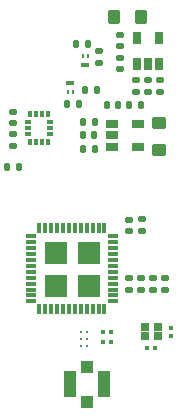
<source format=gbr>
%TF.GenerationSoftware,KiCad,Pcbnew,(6.0.11-0)*%
%TF.CreationDate,2023-03-16T18:41:31-05:00*%
%TF.ProjectId,STEP,53544550-2e6b-4696-9361-645f70636258,rev?*%
%TF.SameCoordinates,Original*%
%TF.FileFunction,Paste,Top*%
%TF.FilePolarity,Positive*%
%FSLAX46Y46*%
G04 Gerber Fmt 4.6, Leading zero omitted, Abs format (unit mm)*
G04 Created by KiCad (PCBNEW (6.0.11-0)) date 2023-03-16 18:41:31*
%MOMM*%
%LPD*%
G01*
G04 APERTURE LIST*
G04 Aperture macros list*
%AMRoundRect*
0 Rectangle with rounded corners*
0 $1 Rounding radius*
0 $2 $3 $4 $5 $6 $7 $8 $9 X,Y pos of 4 corners*
0 Add a 4 corners polygon primitive as box body*
4,1,4,$2,$3,$4,$5,$6,$7,$8,$9,$2,$3,0*
0 Add four circle primitives for the rounded corners*
1,1,$1+$1,$2,$3*
1,1,$1+$1,$4,$5*
1,1,$1+$1,$6,$7*
1,1,$1+$1,$8,$9*
0 Add four rect primitives between the rounded corners*
20,1,$1+$1,$2,$3,$4,$5,0*
20,1,$1+$1,$4,$5,$6,$7,0*
20,1,$1+$1,$6,$7,$8,$9,0*
20,1,$1+$1,$8,$9,$2,$3,0*%
G04 Aperture macros list end*
%ADD10C,0.010000*%
%ADD11RoundRect,0.135000X0.185000X-0.135000X0.185000X0.135000X-0.185000X0.135000X-0.185000X-0.135000X0*%
%ADD12R,1.050000X2.200000*%
%ADD13R,1.000000X1.000000*%
%ADD14R,0.576580X0.351536*%
%ADD15R,0.351536X0.576580*%
%ADD16R,0.203200X0.203200*%
%ADD17R,0.750000X0.650000*%
%ADD18R,0.650000X1.060000*%
%ADD19RoundRect,0.008100X-0.421900X-0.126900X0.421900X-0.126900X0.421900X0.126900X-0.421900X0.126900X0*%
%ADD20RoundRect,0.008100X0.126900X-0.421900X0.126900X0.421900X-0.126900X0.421900X-0.126900X-0.421900X0*%
%ADD21R,1.060000X0.650000*%
%ADD22RoundRect,0.135000X0.135000X0.185000X-0.135000X0.185000X-0.135000X-0.185000X0.135000X-0.185000X0*%
%ADD23RoundRect,0.135000X-0.135000X-0.185000X0.135000X-0.185000X0.135000X0.185000X-0.135000X0.185000X0*%
%ADD24RoundRect,0.135000X-0.185000X0.135000X-0.185000X-0.135000X0.185000X-0.135000X0.185000X0.135000X0*%
%ADD25RoundRect,0.050000X0.075000X-0.150000X0.075000X0.150000X-0.075000X0.150000X-0.075000X-0.150000X0*%
%ADD26RoundRect,0.050000X0.300000X-0.150000X0.300000X0.150000X-0.300000X0.150000X-0.300000X-0.150000X0*%
%ADD27RoundRect,0.050000X-0.075000X0.150000X-0.075000X-0.150000X0.075000X-0.150000X0.075000X0.150000X0*%
%ADD28RoundRect,0.050000X-0.300000X0.150000X-0.300000X-0.150000X0.300000X-0.150000X0.300000X0.150000X0*%
%ADD29RoundRect,0.250000X0.275000X0.350000X-0.275000X0.350000X-0.275000X-0.350000X0.275000X-0.350000X0*%
%ADD30RoundRect,0.250000X-0.350000X0.275000X-0.350000X-0.275000X0.350000X-0.275000X0.350000X0.275000X0*%
%ADD31RoundRect,0.147500X0.172500X-0.147500X0.172500X0.147500X-0.172500X0.147500X-0.172500X-0.147500X0*%
%ADD32RoundRect,0.140000X-0.140000X-0.170000X0.140000X-0.170000X0.140000X0.170000X-0.140000X0.170000X0*%
%ADD33RoundRect,0.140000X0.170000X-0.140000X0.170000X0.140000X-0.170000X0.140000X-0.170000X-0.140000X0*%
%ADD34RoundRect,0.140000X-0.170000X0.140000X-0.170000X-0.140000X0.170000X-0.140000X0.170000X0.140000X0*%
%ADD35RoundRect,0.079500X0.079500X0.100500X-0.079500X0.100500X-0.079500X-0.100500X0.079500X-0.100500X0*%
%ADD36RoundRect,0.079500X-0.079500X-0.100500X0.079500X-0.100500X0.079500X0.100500X-0.079500X0.100500X0*%
%ADD37RoundRect,0.079500X-0.100500X0.079500X-0.100500X-0.079500X0.100500X-0.079500X0.100500X0.079500X0*%
%ADD38RoundRect,0.140000X0.140000X0.170000X-0.140000X0.170000X-0.140000X-0.170000X0.140000X-0.170000X0*%
G04 APERTURE END LIST*
%TO.C,U4*%
G36*
X96391000Y-116965000D02*
G01*
X94611000Y-116965000D01*
X94611000Y-115185000D01*
X96391000Y-115185000D01*
X96391000Y-116965000D01*
G37*
D10*
X96391000Y-116965000D02*
X94611000Y-116965000D01*
X94611000Y-115185000D01*
X96391000Y-115185000D01*
X96391000Y-116965000D01*
G36*
X99191000Y-116965000D02*
G01*
X97411000Y-116965000D01*
X97411000Y-115185000D01*
X99191000Y-115185000D01*
X99191000Y-116965000D01*
G37*
X99191000Y-116965000D02*
X97411000Y-116965000D01*
X97411000Y-115185000D01*
X99191000Y-115185000D01*
X99191000Y-116965000D01*
G36*
X96391000Y-119765000D02*
G01*
X94611000Y-119765000D01*
X94611000Y-117985000D01*
X96391000Y-117985000D01*
X96391000Y-119765000D01*
G37*
X96391000Y-119765000D02*
X94611000Y-119765000D01*
X94611000Y-117985000D01*
X96391000Y-117985000D01*
X96391000Y-119765000D01*
G36*
X99191000Y-119765000D02*
G01*
X97411000Y-119765000D01*
X97411000Y-117985000D01*
X99191000Y-117985000D01*
X99191000Y-119765000D01*
G37*
X99191000Y-119765000D02*
X97411000Y-119765000D01*
X97411000Y-117985000D01*
X99191000Y-117985000D01*
X99191000Y-119765000D01*
%TD*%
D11*
%TO.C,R5*%
X102870000Y-114302000D03*
X102870000Y-113282000D03*
%TD*%
D12*
%TO.C,U5*%
X99646000Y-127254000D03*
D13*
X98171000Y-128754000D03*
D12*
X96696000Y-127254000D03*
D13*
X98171000Y-125754000D03*
%TD*%
D14*
%TO.C,U1*%
X95063300Y-105037001D03*
X95063300Y-105537000D03*
X95063300Y-106036999D03*
D15*
X94857001Y-106747300D03*
X94357000Y-106747300D03*
X93857000Y-106747300D03*
X93356999Y-106747300D03*
D14*
X93150700Y-106036999D03*
X93150700Y-105537000D03*
X93150700Y-105037001D03*
D15*
X93356999Y-104326700D03*
X93857000Y-104326700D03*
X94357000Y-104326700D03*
X94857001Y-104326700D03*
%TD*%
D16*
%TO.C,AE1*%
X98171000Y-124030999D03*
X98171000Y-123444000D03*
X98171000Y-122857001D03*
X97663000Y-122857001D03*
X97663000Y-123444000D03*
X97663000Y-124030999D03*
%TD*%
D17*
%TO.C,Y1*%
X103107000Y-122434000D03*
X104157000Y-122434000D03*
X103107000Y-123184000D03*
X104157000Y-123184000D03*
%TD*%
D18*
%TO.C,U7*%
X102400000Y-100160000D03*
X103350000Y-100160000D03*
X104300000Y-100160000D03*
X104300000Y-97960000D03*
X102400000Y-97960000D03*
%TD*%
D19*
%TO.C,U4*%
X100336000Y-114725000D03*
X100336000Y-115225000D03*
X100336000Y-115725000D03*
X100336000Y-116225000D03*
X100336000Y-116725000D03*
X100336000Y-117225000D03*
X100336000Y-117725000D03*
X100336000Y-118225000D03*
X100336000Y-118725000D03*
X100336000Y-119225000D03*
X100336000Y-119725000D03*
X100336000Y-120225000D03*
X93466000Y-120225000D03*
X93466000Y-119725000D03*
X93466000Y-119225000D03*
X93466000Y-118725000D03*
X93466000Y-118225000D03*
X93466000Y-117725000D03*
X93466000Y-117225000D03*
X93466000Y-116725000D03*
X93466000Y-116225000D03*
X93466000Y-115725000D03*
X93466000Y-115225000D03*
X93466000Y-114725000D03*
D20*
X94151000Y-114040000D03*
X94651000Y-114040000D03*
X95151000Y-114040000D03*
X95651000Y-114040000D03*
X96151000Y-114040000D03*
X96651000Y-114040000D03*
X97151000Y-114040000D03*
X97651000Y-114040000D03*
X98151000Y-114040000D03*
X98651000Y-114040000D03*
X99151000Y-114040000D03*
X99651000Y-114040000D03*
X99651000Y-120910000D03*
X99151000Y-120910000D03*
X98651000Y-120910000D03*
X98151000Y-120910000D03*
X97651000Y-120910000D03*
X97151000Y-120910000D03*
X96651000Y-120910000D03*
X96151000Y-120910000D03*
X95651000Y-120910000D03*
X95151000Y-120910000D03*
X94651000Y-120910000D03*
X94151000Y-120910000D03*
%TD*%
D21*
%TO.C,U3*%
X100255000Y-105222000D03*
X100255000Y-106172000D03*
X100255000Y-107122000D03*
X102455000Y-107122000D03*
X102455000Y-105222000D03*
%TD*%
D22*
%TO.C,R16*%
X98817000Y-107315000D03*
X97797000Y-107315000D03*
%TD*%
D23*
%TO.C,R15*%
X97797000Y-105029000D03*
X98817000Y-105029000D03*
%TD*%
D24*
%TO.C,R14*%
X104366000Y-101471000D03*
X104366000Y-102491000D03*
%TD*%
D11*
%TO.C,R13*%
X102334000Y-102493000D03*
X102334000Y-101473000D03*
%TD*%
D22*
%TO.C,R12*%
X97538000Y-103505000D03*
X96518000Y-103505000D03*
%TD*%
D23*
%TO.C,R11*%
X97278000Y-98425000D03*
X98298000Y-98425000D03*
%TD*%
%TO.C,R10*%
X91438000Y-108839000D03*
X92458000Y-108839000D03*
%TD*%
%TO.C,R9*%
X98040000Y-102362000D03*
X99060000Y-102362000D03*
%TD*%
D11*
%TO.C,R7*%
X99183000Y-100080000D03*
X99183000Y-99060000D03*
%TD*%
D25*
%TO.C,Q3*%
X96549000Y-102458000D03*
X96999000Y-102458000D03*
D26*
X96774000Y-101758000D03*
%TD*%
D27*
%TO.C,Q2*%
X98267000Y-99472000D03*
X97817000Y-99472000D03*
D28*
X98042000Y-100172000D03*
%TD*%
D29*
%TO.C,L2*%
X100422000Y-96139000D03*
X102722000Y-96139000D03*
%TD*%
D30*
%TO.C,L1*%
X104276000Y-105149000D03*
X104276000Y-107449000D03*
%TD*%
D31*
%TO.C,D1*%
X101727000Y-114277000D03*
X101727000Y-113307000D03*
%TD*%
D32*
%TO.C,C20*%
X97827000Y-106172000D03*
X98787000Y-106172000D03*
%TD*%
D33*
%TO.C,C19*%
X103350000Y-102461000D03*
X103350000Y-101501000D03*
%TD*%
D34*
%TO.C,C18*%
X100937000Y-98623000D03*
X100937000Y-97663000D03*
%TD*%
D33*
%TO.C,C15*%
X100937000Y-100556000D03*
X100937000Y-99596000D03*
%TD*%
D34*
%TO.C,C14*%
X101727000Y-118265000D03*
X101727000Y-119225000D03*
%TD*%
D35*
%TO.C,C13*%
X100203000Y-122809000D03*
X99513000Y-122809000D03*
%TD*%
D34*
%TO.C,C12*%
X102743000Y-118265000D03*
X102743000Y-119225000D03*
%TD*%
D35*
%TO.C,C11*%
X100203000Y-123698000D03*
X99513000Y-123698000D03*
%TD*%
D34*
%TO.C,C10*%
X103759000Y-118265000D03*
X103759000Y-119225000D03*
%TD*%
%TO.C,C9*%
X104775000Y-118265000D03*
X104775000Y-119225000D03*
%TD*%
D36*
%TO.C,C8*%
X103953927Y-124205999D03*
X103263927Y-124205999D03*
%TD*%
D37*
%TO.C,C6*%
X105259926Y-123154000D03*
X105259926Y-122464000D03*
%TD*%
D38*
%TO.C,C5*%
X102724000Y-103632000D03*
X101764000Y-103632000D03*
%TD*%
D33*
%TO.C,C4*%
X91948000Y-107033000D03*
X91948000Y-106073000D03*
%TD*%
D34*
%TO.C,C3*%
X91948000Y-104168000D03*
X91948000Y-105128000D03*
%TD*%
D32*
%TO.C,C1*%
X99859000Y-103632000D03*
X100819000Y-103632000D03*
%TD*%
M02*

</source>
